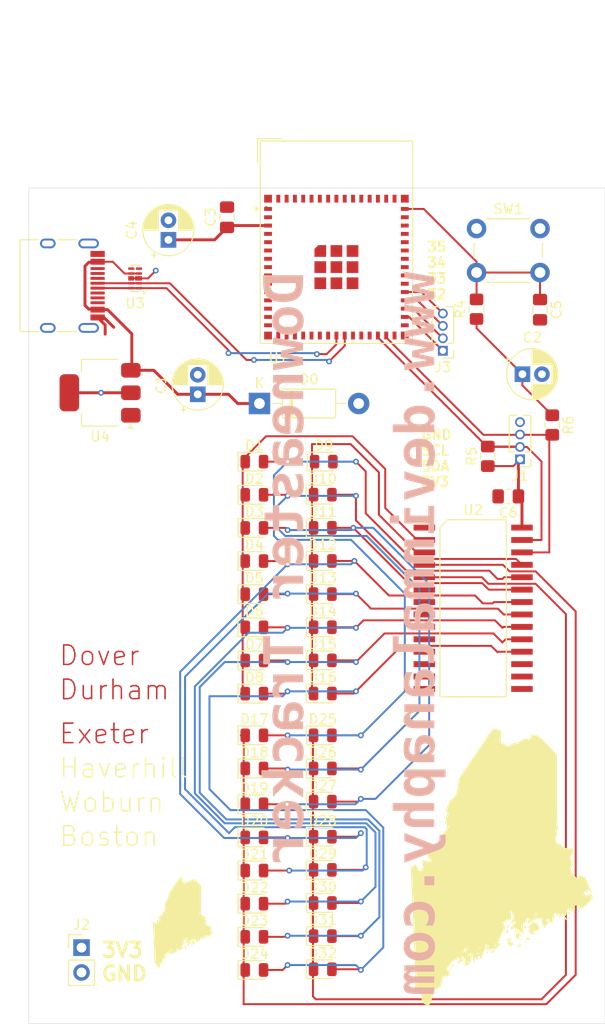
<source format=kicad_pcb>
(kicad_pcb (version 20240108) (generator "pcbnew") (generator_version "8.0")
  (layers (0 "F.Cu" signal) (1 "In1.Cu" signal) (2 "In2.Cu" signal) (31 "B.Cu" signal) (34 "B.Paste" user) (35 "F.Paste" user) (36 "B.SilkS" user "B.Silkscreen") (37 "F.SilkS" user "F.Silkscreen") (38 "B.Mask" user) (39 "F.Mask" user) (44 "Edge.Cuts" user))
  (net 0 "")
  (net 1 "/3V3")
  (net 2 "/5VUSB")
  (net 3 "GND")
  (net 5 "/USB_P")
  (net 9 "/SCL")
  (net 14 "unconnected-(U1-IO3-Pad7)")
  (net 15 "unconnected-(U1-IO2-Pad6)")
  (net 21 "Net-(J3-Pin_4)")
  (net 26 "/USB_N")
  (net 32 "Net-(J3-Pin_3)")
  (net 33 "Net-(J3-Pin_1)")
  (net 37 "/SDA")
  (net 44 "Net-(U1-EN)")
  (net 45 "Net-(D16-A)")
  (net 46 "Net-(D14-A)")
  (net 47 "Net-(D1-A)")
  (net 48 "Net-(D17-K)")
  (net 49 "Net-(D12-A)")
  (net 50 "Net-(D25-K)")
  (net 56 "Net-(D11-A)")
  (net 57 "Net-(D1-K)")
  (net 59 "Net-(D10-K)")
  (net 62 "Net-(D13-A)")
  (net 65 "Net-(D15-A)")
  (net 68 "Net-(D10-A)")
  (net 71 "Net-(J3-Pin_2)")
  (footprint "Connector_PinHeader_1.27mm:PinHeader_1x04_P1.27mm_Vertical" (layer "F.Cu") (at 149.1 102.01 180)
    (property "Reference" "J1")
    (property "Value" "Conn_01x04_Pin")
  )
  (footprint "LED_SMD:LED_0805_2012Metric" (layer "F.Cu") (at 128.9 109.014887)
    (property "Reference" "D11")
    (property "Value" "LED")
  )
  (footprint "Connector_PinHeader_2.54mm:PinHeader_1x02_P2.54mm_Vertical" (layer "F.Cu") (at 104.2 151.96)
    (property "Reference" "J2")
    (property "Value" "Conn_01x02_Pin")
  )
  (footprint "LED_SMD:LED_0805_2012Metric" (layer "F.Cu") (at 121.9 109.024887)
    (property "Reference" "D3")
    (property "Value" "LED")
  )
  (footprint "LED_SMD:LED_0805_2012Metric" (layer "F.Cu") (at 121.9 150.854887)
    (property "Reference" "D23")
    (property "Value" "LED")
  )
  (footprint "LED_SMD:LED_0805_2012Metric" (layer "F.Cu") (at 128.9 115.794887)
    (property "Reference" "D13")
    (property "Value" "LED")
  )
  (footprint "Diode_THT:D_DO-41_SOD81_P10.16mm_Horizontal" (layer "F.Cu") (at 122.42 96.3)
    (property "Reference" "D0")
    (property "Value" "1N4002")
  )
  (footprint "Capacitor_THT:CP_Radial_D5.0mm_P2.00mm" (layer "F.Cu") (at 116.1 95.355113 90)
    (property "Reference" "C1")
    (property "Value" "10uF")
  )
  (footprint "LED_SMD:LED_0805_2012Metric" (layer "F.Cu") (at 121.9 133.634887)
    (property "Reference" "D18")
    (property "Value" "LED")
  )
  (footprint "LED_SMD:LED_0805_2012Metric" (layer "F.Cu") (at 121.9 147.464887)
    (property "Reference" "D22")
    (property "Value" "LED")
  )
  (footprint "LOGO" (layer "F.Cu") (at 147.3 143.744887)
    (property "Reference" "G***" (hide yes))
    (property "Value" "LOGO" (hide yes))
  )
  (footprint "Capacitor_SMD:C_0805_2012Metric_Pad1.18x1.45mm_HandSolder" (layer "F.Cu") (at 147.9 105.8 180)
    (property "Reference" "C6")
    (property "Value" "0.1uF")
  )
  (footprint "Button_Switch_THT:SW_PUSH_6mm" (layer "F.Cu") (at 144.65 78.4)
    (property "Reference" "SW1")
    (property "Value" "SW_Push")
  )
  (footprint "DevySymbols:HT16K33_SOP28" (layer "F.Cu") (at 144.3 117.244887 -90)
    (property "Reference" "U2")
    (property "Value" "HT16K33")
  )
  (footprint "LED_SMD:LED_0805_2012Metric" (layer "F.Cu") (at 128.9 154.174887)
    (property "Reference" "D32")
    (property "Value" "LED")
  )
  (footprint "RF_Module:ESP32-S2-MINI-1" (layer "F.Cu") (at 130.3 79.794887)
    (property "Reference" "U1")
    (property "Value" "ESP32-S3-MINI-1")
  )
  (footprint "LED_SMD:LED_0805_2012Metric" (layer "F.Cu") (at 121.9 125.974887)
    (property "Reference" "D8")
    (property "Value" "LED")
  )
  (footprint "LED_SMD:LED_0805_2012Metric" (layer "F.Cu") (at 129 102.244887)
    (property "Reference" "D9")
    (property "Value" "LED")
  )
  (footprint "LED_SMD:LED_0805_2012Metric" (layer "F.Cu") (at 121.9 130.244887)
    (property "Reference" "D17")
    (property "Value" "LED")
  )
  (footprint "LED_SMD:LED_0805_2012Metric" (layer "F.Cu") (at 128.9 112.404887)
    (property "Reference" "D12")
    (property "Value" "LED")
  )
  (footprint "Capacitor_SMD:C_0805_2012Metric_Pad1.18x1.45mm_HandSolder" (layer "F.Cu") (at 151.15 86.7 -90)
    (property "Reference" "C5")
    (property "Value" "0.1uF")
  )
  (footprint "Capacitor_SMD:C_0805_2012Metric_Pad1.18x1.45mm_HandSolder" (layer "F.Cu") (at 119.1 77.244887 90)
    (property "Reference" "C3")
    (property "Value" "0.1uF")
  )
  (footprint "Resistor_SMD:R_0805_2012Metric_Pad1.20x1.40mm_HandSolder" (layer "F.Cu") (at 144.65 86.65 90)
    (property "Reference" "R4")
    (property "Value" "10k")
  )
  (footprint "Resistor_SMD:R_0805_2012Metric_Pad1.20x1.40mm_HandSolder" (layer "F.Cu") (at 152.4 98.5 -90)
    (property "Reference" "R6")
    (property "Value" "10k")
  )
  (footprint "Connector_USB:USB_C_Receptacle_HRO_TYPE-C-31-M-12" (layer "F.Cu") (at 101.8 84.244887 -90)
    (property "Reference" "P1" (hide yes))
    (property "Value" "USB_C_Plug_USB2.0")
  )
  (footprint "LED_SMD:LED_0805_2012Metric" (layer "F.Cu") (at 128.9 125.964887)
    (property "Reference" "D16")
    (property "Value" "LED")
  )
  (footprint "LED_SMD:LED_0805_2012Metric" (layer "F.Cu") (at 121.9 119.194887)
    (property "Reference" "D6")
    (property "Value" "LED")
  )
  (footprint "LED_SMD:LED_0805_2012Metric" (layer "F.Cu") (at 121.9 115.804887)
    (property "Reference" "D5")
    (property "Value" "LED")
  )
  (footprint "LED_SMD:LED_0805_2012Metric" (layer "F.Cu") (at 121.9 102.244887)
    (property "Reference" "D1")
    (property "Value" "LED")
  )
  (footprint "LED_SMD:LED_0805_2012Metric" (layer "F.Cu") (at 128.9 147.394887)
    (property "Reference" "D30")
    (property "Value" "LED")
  )
  (footprint "LED_SMD:LED_0805_2012Metric" (layer "F.Cu") (at 128.9 144.004887)
    (property "Reference" "D29")
    (property "Value" "LED")
  )
  (footprint "LED_SMD:LED_0805_2012Metric" (layer "F.Cu") (at 128.9 122.574887)
    (property "Reference" "D15")
    (property "Value" "LED")
  )
  (footprint "Capacitor_THT:CP_Radial_D5.0mm_P2.00mm" (layer "F.Cu") (at 113.1 79.555113 90)
    (property "Reference" "C4")
    (property "Value" "10uF")
  )
  (footprint "LED_SMD:LED_0805_2012Metric" (layer "F.Cu") (at 128.9 133.634887)
    (property "Reference" "D26")
    (property "Value" "LED")
  )
  (footprint "LED_SMD:LED_0805_2012Metric" (layer "F.Cu") (at 121.9 122.584887)
    (property "Reference" "D7")
    (property "Value" "LED")
  )
  (footprint "LED_SMD:LED_0805_2012Metric" (layer "F.Cu") (at 128.9 150.784887)
    (property "Reference" "D31")
    (property "Value" "LED")
  )
  (footprint "LED_SMD:LED_0805_2012Metric" (layer "F.Cu") (at 128.9 119.184887)
    (property "Reference" "D14")
    (property "Value" "LED")
  )
  (footprint "LED_SMD:LED_0805_2012Metric" (layer "F.Cu") (at 121.9 105.634887)
    (property "Reference" "D2")
    (property "Value" "LED")
  )
  (footprint "Capacitor_THT:CP_Radial_D5.0mm_P2.00mm" (layer "F.Cu") (at 149.344888 93.3)
    (property "Reference" "C2")
    (property "Value" "100uF")
  )
  (footprint "LED_SMD:LED_0805_2012Metric" (layer "F.Cu") (at 128.9 130.244887)
    (property "Reference" "D25")
    (property "Value" "LED")
  )
  (footprint "LOGO" (layer "F.Cu") (at 114.6 149.4)
    (property "Reference" "G***")
    (property "Value" "LOGO" (hide yes))
  )
  (footprint "Connector_PinHeader_1.27mm:PinHeader_1x04_P1.27mm_Vertical" (layer "F.Cu") (at 141.2 90.9 180)
    (property "Reference" "J3")
    (property "Value" "Conn_01x04_Pin")
  )
  (footprint "LED_SMD:LED_0805_2012Metric" (layer "F.Cu") (at 121.9 137.294887)
    (property "Reference" "D19")
    (property "Value" "LED")
  )
  (footprint "LED_SMD:LED_0805_2012Metric" (layer "F.Cu") (at 128.9 105.624887)
    (property "Reference" "D10")
    (property "Value" "LED")
  )
  (footprint "LED_SMD:LED_0805_2012Metric" (layer "F.Cu") (at 121.9 144.074887)
    (property "Reference" "D21")
    (property "Value" "LED")
  )
  (footprint "LED_SMD:LED_0805_2012Metric" (layer "F.Cu") (at 121.9 112.414887)
    (property "Reference" "D4")
    (property "Value" "LED")
  )
  (footprint "LED_SMD:LED_0805_2012Metric" (layer "F.Cu") (at 128.9 137.024887)
    (property "Reference" "D27")
    (property "Value" "LED")
  )
  (footprint "Package_TO_SOT_SMD:SOT-223-3_TabPin2" (layer "F.Cu") (at 106.1 95.2 180)
    (property "Reference" "U4")
    (property "Value" "AMS1117-3.3")
  )
  (footprint "Package_DFN_QFN:Diodes_UDFN-10_1.0x2.5mm_P0.5mm" (layer "F.Cu") (at 109.6875 83.5 180)
    (property "Reference" "U3")
    (property "Value" "D3V3XA4B10LP" (hide yes))
  )
  (footprint "LED_SMD:LED_0805_2012Metric" (layer "F.Cu") (at 121.9 154.244887)
    (property "Reference" "D24")
    (property "Value" "LED")
  )
  (footprint "LED_SMD:LED_0805_2012Metric" (layer "F.Cu") (at 128.9 140.614887)
    (property "Reference" "D28")
    (property "Value" "LED")
  )
  (footprint "Resistor_SMD:R_0805_2012Metric_Pad1.20x1.40mm_HandSolder" (layer "F.Cu") (at 145.8 101.7 90)
    (property "Reference" "R5")
    (property "Value" "10k")
  )
  (footprint "LED_SMD:LED_0805_2012Metric" (layer "F.Cu") (at 121.9 140.684887)
    (property "Reference" "D20")
    (property "Value" "LED")
  )
  (gr_rect (start 98.8 74.244887) (end 157.8 159.744887) (stroke (width 0.05)) (fill none) (layer "Edge.Cuts"))
  (gr_text "Exeter" (at 101.8 131.244887 0) (layer "F.Cu") (effects (font (size 2 2)) (justify left bottom)))
  (gr_text "Durham" (at 101.8 126.744887 0) (layer "F.Cu") (effects (font (size 2 2)) (justify left bottom)))
  (gr_text "Dover" (at 101.8 123.244887 0) (layer "F.Cu") (effects (font (size 2 2)) (justify left bottom)))
  (gr_text "Downeaster Tracker\n\nwww.devinmalanaphy.com" (at 141 82.8 90) (layer "B.SilkS") (effects (font (size 4 4) (thickness 0.8) (bold yes)) (justify left bottom mirror)))
  (gr_text "Boston" (at 101.8 141.744887 0) (layer "F.SilkS") (effects (font (size 2 2)) (justify left bottom)))
  (gr_text "Woburn" (at 101.8 138.244887 0) (layer "F.SilkS") (effects (font (size 2 2)) (justify left bottom)))
  (gr_text "3V3\nGND" (at 106.1 155.5 0) (layer "F.SilkS") (effects (font (size 1.5 1.5) (thickness 0.3) (bold yes)) (justify left bottom)))
  (gr_text "GND\nSCL\nSDA\n3V3" (at 138.9 104.9 0) (layer "F.SilkS") (effects (font (size 1 1) (thickness 0.2) (bold yes)) (justify left bottom)))
  (gr_text "35\n34\n33\n32" (at 139.5 85.7 0) (layer "F.SilkS") (effects (font (size 1 1) (thickness 0.2) (bold yes)) (justify left bottom)))
  (gr_text "Haverhill" (at 101.8 134.744887 0) (layer "F.SilkS") (effects (font (size 2 2)) (justify left bottom)))
  (segment (start 144.65 88.605112) (end 149.344888 93.3) (width 0.2) (layer "F.Cu") (net 1))
  (segment (start 144.65 87.65) (end 144.65 88.605112) (width 0.2) (layer "F.Cu") (net 1))
  (segment (start 152.4 97.5) (end 149.344888 94.444888) (width 0.2) (layer "F.Cu") (net 1))
  (segment (start 145.8 102.7) (end 148.41 102.7) (width 0.2) (layer "F.Cu") (net 1))
  (segment (start 106.2 95.2) (end 106.3 95.2) (width 0.3) (layer "F.Cu") (net 1))
  (segment (start 123.3 78.094887) (end 119.2875 78.094887) (width 0.3) (layer "F.Cu") (net 1))
  (segment (start 119.2875 78.094887) (end 119.1 78.282387) (width 0.2) (layer "F.Cu") (net 1))
  (segment (start 117.827274 79.555113) (end 119.1 78.282387) (width 0.3) (layer "F.Cu") (net 1))
  (segment (start 103.05 95.2) (end 106.2 95.2) (width 0.3) (layer "F.Cu") (net 1))
  (segment (start 106.3 95.2) (end 109.35 95.2) (width 0.3) (layer "F.Cu") (net 1))
  (segment (start 148.41 102.7) (end 149.1 102.01) (width 0.2) (layer "F.Cu") (net 1))
  (segment (start 113.1 79.555113) (end 117.827274 79.555113) (width 0.3) (layer "F.Cu") (net 1))
  (segment (start 149.1 102.01) (end 149.1 102.3) (width 0.2) (layer "F.Cu") (net 1))
  (segment (start 149.344888 94.444888) (end 149.344888 93.3) (width 0.2) (layer "F.Cu") (net 1))
  (segment (start 149.1 102.3) (end 148.9375 102.4625) (width 0.2) (layer "F.Cu") (net 1))
  (segment (start 149.3 108.989887) (end 149.3 105.9125) (width 0.3) (layer "F.Cu") (net 1))
  (segment (start 149.2875 105.8875) (end 149.2875 105.9) (width 0.2) (layer "F.Cu") (net 1))
  (segment (start 148.9375 102.4625) (end 148.9375 105.8) (width 0.3) (layer "F.Cu") (net 1))
  (via (at 106.2 95.2) (size 0.6) (drill 0.3) (layers "F.Cu" "B.Cu") (net 1))
  (segment (start 105.48 86.644887) (end 104.940305 86.644887) (width 0.3) (layer "F.Cu") (net 2))
  (segment (start 109.35 89.174887) (end 106.87 86.694887) (width 0.3) (layer "F.Cu") (net 2))
  (segment (start 104.95188 81.844887) (end 105.48 81.844887) (width 0.3) (layer "F.Cu") (net 2))
  (segment (start 120.2 96.3) (end 122.42 96.3) (width 0.3) (layer "F.Cu") (net 2))
  (segment (start 116.1 95.355113) (end 119.255113 95.355113) (width 0.3) (layer "F.Cu") (net 2))
  (segment (start 107.394887 81.794887) (end 108.6 83) (width 0.2) (layer "F.Cu") (net 2))
  (segment (start 114.055113 95.355113) (end 111.6 92.9) (width 0.3) (layer "F.Cu") (net 2))
  (segment (start 111.6 92.9) (end 109.35 92.9) (width 0.3) (layer "F.Cu") (net 2))
  (segment (start 105.48 86.644887) (end 106.054999 86.644887) (width 0.3) (layer "F.Cu") (net 2))
  (segment (start 104.555 82.241767) (end 104.95188 81.844887) (width 0.3) (layer "F.Cu") (net 2))
  (segment (start 108.6 83) (end 110.075 83) (width 0.2) (layer "F.Cu") (net 2))
  (segment (start 116.1 95.355113) (end 114.055113 95.355113) (width 0.3) (layer "F.Cu") (net 2))
  (segment (start 109.35 92.9) (end 109.35 89.174887) (width 0.3) (layer "F.Cu") (net 2))
  (segment (start 104.940305 86.644887) (end 104.555 86.259582) (width 0.3) (layer "F.Cu") (net 2))
  (segment (start 106.87 86.694887) (end 105.845 86.694887) (width 0.3) (layer "F.Cu") (net 2))
  (segment (start 119.255113 95.355113) (end 120.2 96.3) (width 0.3) (layer "F.Cu") (net 2))
  (segment (start 104.555 86.259582) (end 104.555 82.241767) (width 0.3) (layer "F.Cu") (net 2))
  (segment (start 105.845 81.794887) (end 107.394887 81.794887) (width 0.2) (layer "F.Cu") (net 2))
  (segment (start 105.845 87.494887) (end 106.494887 87.494887) (width 0.3) (layer "F.Cu") (net 3))
  (segment (start 106.494887 87.494887) (end 107.5 88.5) (width 0.3) (layer "F.Cu") (net 3))
  (segment (start 109.275 83.5) (end 111 83.5) (width 0.2) (layer "F.Cu") (net 3))
  (segment (start 106.62 88.269887) (end 106.62 89.2) (width 0.3) (layer "F.Cu") (net 3))
  (segment (start 123.1125 76.207387) (end 123.3 76.394887) (width 0.2) (layer "F.Cu") (net 3))
  (segment (start 111 83.5) (end 111.8 82.7) (width 0.2) (layer "F.Cu") (net 3))
  (segment (start 105.845 87.494887) (end 106.62 88.269887) (width 0.3) (layer "F.Cu") (net 3))
  (via (at 111.8 82.7) (size 0.6) (drill 0.3) (layers "F.Cu" "B.Cu") (net 3))
  (segment (start 121.85 91.844887) (end 121.094887 91.844887) (width 0.2) (layer "F.Cu") (net 5))
  (segment (start 131.15 90.394887) (end 131.15 89.344887) (width 0.2) (layer "F.Cu") (net 5))
  (segment (start 113.25 84) (end 110.075 84) (width 0.2) (layer "F.Cu") (net 5))
  (segment (start 121.094887 91.844887) (end 113.25 84) (width 0.2) (layer "F.Cu") (net 5))
  (segment (start 105.48 83.994887) (end 105.53 84.044887) (width 0.2) (layer "F.Cu") (net 5))
  (segment (start 106.42 83.994887) (end 106.445 84.019887) (width 0.2) (layer "F.Cu") (net 5))
  (segment (start 129.55 91.994887) (end 131.15 90.394887) (width 0.2) (layer "F.Cu") (net 5))
  (segment (start 105.845 83.994887) (end 110.069887 83.994887) (width 0.2) (layer "F.Cu") (net 5))
  (segment (start 110.069887 83.994887) (end 110.075 84) (width 0.2) (layer "F.Cu") (net 5))
  (via (at 121.85 91.844887) (size 0.6) (drill 0.3) (layers "F.Cu" "B.Cu") (net 5))
  (via (at 129.55 91.994887) (size 0.6) (drill 0.3) (layers "F.Cu" "B.Cu") (net 5))
  (segment (start 121.85 91.844887) (end 129.4 91.844887) (width 0.2) (layer "B.Cu") (net 5))
  (segment (start 129.4 91.844887) (end 129.55 91.994887) (width 0.2) (layer "B.Cu") (net 5))
  (segment (start 152.1 111.529887) (end 152.1 99.8) (width 0.2) (layer "F.Cu") (net 9))
  (segment (start 135.4 89.544887) (end 135.4 89.344887) (width 0.2) (layer "F.Cu") (net 9))
  (segment (start 149.3 111.529887) (end 152.1 111.529887) (width 0.2) (layer "F.Cu") (net 9))
  (segment (start 145.355113 99.5) (end 135.4 89.544887) (width 0.2) (layer "F.Cu") (net 9))
  (segment (start 152.1 99.8) (end 152.4 99.5) (width 0.2) (layer "F.Cu") (net 9))
  (segment (start 152.4 99.5) (end 145.355113 99.5) (width 0.2) (layer "F.Cu") (net 9))
  (segment (start 123.3 81.494887) (end 123.1 81.494887) (width 0.2) (layer "F.Cu") (net 14))
  (segment (start 123.1 80.644887) (end 123.3 80.644887) (width 0.2) (layer "F.Cu") (net 15))
  (segment (start 137.3 84.894887) (end 139.004887 84.894887) (width 0.2) (layer "F.Cu") (net 21))
  (segment (start 139.004887 84.894887) (end 141.2 87.09) (width 0.2) (layer "F.Cu") (net 21))
  (segment (start 110.069887 84.494887) (end 110.075 84.5) (width 0.2) (layer "F.Cu") (net 26))
  (segment (start 119.25 91.144887) (end 119.25 90.85) (width 0.2) (layer "F.Cu") (net 26))
  (segment (start 130.3 90.244887) (end 130.3 89.344887) (width 0.2) (layer "F.Cu") (net 26))
  (segment (start 119.25 90.85) (end 112.9 84.5) (width 0.2) (layer "F.Cu") (net 26))
  (segment (start 129.3 91.244887) (end 130.3 90.244887) (width 0.2) (layer "F.Cu") (net 26))
  (segment (start 128.3 91.244887) (end 129.3 91.244887) (width 0.2) (layer "F.Cu") (net 26))
  (segment (start 112.9 84.5) (end 110.075 84.5) (width 0.2) (layer "F.Cu") (net 26))
  (segment (start 105.845 84.494887) (end 110.069887 84.494887) (width 0.2) (layer "F.Cu") (net 26))
  (segment (start 105.48 84.494887) (end 105.48 84.544887) (width 0.2) (layer "F.Cu") (net 26))
  (segment (start 106.42 84.494887) (end 106.445 84.469887) (width 0.2) (layer "F.Cu") (net 26))
  (via (at 119.25 91.144887) (size 0.6) (drill 0.3) (layers "F.Cu" "B.Cu") (net 26))
  (via (at 128.3 91.244887) (size 0.6) (drill 0.3) (layers "F.Cu" "B.Cu") (net 26))
  (segment (start 128.2 91.144887) (end 128.3 91.244887) (width 0.2) (layer "B.Cu") (net 26))
  (segment (start 119.25 91.144887) (end 128.2 91.144887) (width 0.2) (layer "B.Cu") (net 26))
  (segment (start 138.584887 85.744887) (end 137.3 85.744887) (width 0.2) (layer "F.Cu") (net 32))
  (segment (start 141.2 88.36) (end 138.584887 85.744887) (width 0.2) (layer "F.Cu") (net 32))
  (segment (start 141.2 90.9) (end 137.744887 87.444887) (width 0.2) (layer "F.Cu") (net 33))
  (segment (start 137.744887 87.444887) (end 137.3 87.444887) (width 0.2) (layer "F.Cu") (net 33))
  (segment (start 149.1 100.74) (end 149.06 100.7) (width 0.2) (layer "F.Cu") (net 37))
  (segment (start 134.55 89.344887) (end 134.55 89.544887) (width 0.2) (layer "F.Cu") (net 37))
  (segment (start 134.55 89.544887) (end 145.745113 100.74) (width 0.2) (layer "F.Cu") (net 37))
  (segment (start 149.807106 100.74) (end 151.3 102.232894) (width 0.2) (layer "F.Cu") (net 37))
  (segment (start 151.3 110.259887) (end 149.3 110.259887) (width 0.2) (layer "F.Cu") (net 37))
  (segment (start 149.06 100.7) (end 145.8 100.7) (width 0.2) (layer "F.Cu") (net 37))
  (segment (start 151.3 102.232894) (end 151.3 110.259887) (width 0.2) (layer "F.Cu") (net 37))
  (segment (start 149.1 100.74) (end 149.807106 100.74) (width 0.2) (layer "F.Cu") (net 37))
  (segment (start 145.745113 100.74) (end 149.1 100.74) (width 0.2) (layer "F.Cu") (net 37))
  (segment (start 139.244887 76.394887) (end 137.3 76.394887) (width 0.2) (layer "F.Cu") (net 44))
  (segment (start 144.65 82.9) (end 144.65 81.8) (width 0.2) (layer "F.Cu") (net 44))
  (segment (start 144.65 81.8) (end 139.244887 76.394887) (width 0.2) (layer "F.Cu") (net 44))
  (segment (start 144.65 82.9) (end 151.15 82.9) (width 0.2) (layer "F.Cu") (net 44))
  (segment (start 144.65 85.65) (end 144.65 82.9) (width 0.2) (layer "F.Cu") (net 44))
  (segment (start 151.15 85.6625) (end 151.15 82.9) (width 0.2) (layer "F.Cu") (net 44))
  (segment (start 146.8 121.744887) (end 146.855 121.689887) (width 0.2) (layer "F.Cu") (net 45))
  (segment (start 132.73 154.174887) (end 132.8 154.244887) (width 0.2) (layer "F.Cu") (net 45))
  (segment (start 132.08 125.964887) (end 132.3 125.744887) (width 0.2) (layer "F.Cu") (net 45))
  (segment (start 130.3 154.174887) (end 132.73 154.174887) (width 0.2) (layer "F.Cu") (net 45))
  (segment (start 123.3 154.244887) (end 124.8 154.244887) (width 0.2) (layer "F.Cu") (net 45))
  (segment (start 146.145 121.089887) (end 146.8 121.744887) (width 0.2) (layer "F.Cu") (net 45))
  (segment (start 136.955 121.089887) (end 146.145 121.089887) (width 0.2) (layer "F.Cu") (net 45))
  (segment (start 123.3 125.974887) (end 125.07 125.974887) (width 0.2) (layer "F.Cu") (net 45))
  (segment (start 130.3 125.964887) (end 132.08 125.964887) (width 0.2) (layer "F.Cu") (net 45))
  (segment (start 146.855 121.689887) (end 149.3 121.689887) (width 0.2) (layer "F.Cu") (net 45))
  (segment (start 124.8 154.244887) (end 125.3 153.744887) (width 0.2) (layer "F.Cu") (net 45))
  (segment (start 125.07 125.974887) (end 125.3 125.744887) (width 0.2) (layer "F.Cu") (net 45))
  (segment (start 132.3 125.744887) (end 136.955 121.089887) (width 0.2) (layer "F.Cu") (net 45))
  (via (at 125.3 125.744887) (size 0.6) (drill 0.3) (layers "F.Cu" "B.Cu") (net 45))
  (via (at 125.3 153.744887) (size 0.6) (drill 0.3) (layers "F.Cu" "B.Cu") (net 45))
  (via (at 132.3 125.744887) (size 0.6) (drill 0.3) (layers "F.Cu" "B.Cu") (net 45))
  (via (at 132.8 154.244887) (size 0.6) (drill 0.3) (layers "F.Cu" "B.Cu") (net 45))
  (segment (start 135.1 139.679201) (end 133.315686 137.894887) (width 0.2) (layer "B.Cu") (net 45))
  (segment (start 117.3 135.744887) (end 117.3 126.244887) (width 0.2) (layer "B.Cu") (net 45))
  (segment (start 117.3 126.244887) (end 124.8 126.244887) (width 0.2) (layer "B.Cu") (net 45))
  (segment (start 119.45 137.894887) (end 117.3 135.744887) (width 0.2) (layer "B.Cu") (net 45))
  (segment (start 135.1 151.944887) (end 135.1 139.679201) (width 0.2) (layer "B.Cu") (net 45))
  (segment (start 132.3 153.744887) (end 132.8 154.244887) (width 0.2) (layer "B.Cu") (net 45))
  (segment (start 125.3 153.744887) (end 132.3 153.744887) (width 0.2) (layer "B.Cu") (net 45))
  (segment (start 132.8 154.244887) (end 135.1 151.944887) (width 0.2) (layer "B.Cu") (net 45))
  (segment (start 125.3 125.744887) (end 132.3 125.744887) (width 0.2) (layer "B.Cu") (net 45))
  (segment (start 133.315686 137.894887) (end 119.45 137.894887) (width 0.2) (layer "B.Cu") (net 45))
  (segment (start 124.8 126.244887) (end 125.3 125.744887) (width 0.2) (layer "B.Cu") (net 45))
  (segment (start 125.08 147.464887) (end 125.3 147.244887) (width 0.2) (layer "F.Cu") (net 46))
  (segment (start 132.65 147.394887) (end 132.8 147.244887) (width 0.2) (layer "F.Cu") (net 46))
  (segment (start 123.3 119.194887) (end 125.25 119.194887) (width 0.2) (layer "F.Cu") (net 46))
  (segment (start 123.3 147.464887) (end 125.08 147.464887) (width 0.2) (layer "F.Cu") (net 46))
  (segment (start 147.395 119.149887) (end 149.3 119.149887) (width 0.2) (layer "F.Cu") (net 46))
  (segment (start 125.25 119.194887) (end 125.3 119.244887) (width 0.2) (layer "F.Cu") (net 46))
  (segment (start 130.3 147.394887) (end 132.65 147.394887) (width 0.2) (layer "F.Cu") (net 46))
  (segment (start 147.3 119.244887) (end 147.395 119.149887) (width 0.2) (layer "F.Cu") (net 46))
  (segment (start 132.3 119.244887) (end 133.065 118.479887) (width 0.2) (layer "F.Cu") (net 46))
  (segment (start 130.3 119.184887) (end 132.24 119.184887) (width 0.2) (layer "F.Cu") (net 46))
  (segment (start 133.065 118.479887) (end 146.535 118.479887) (width 0.2) (layer "F.Cu") (net 46))
  (segment (start 132.24 119.184887) (end 132.3 119.244887) (width 0.2) (layer "F.Cu") (net 46))
  (segment (start 146.535 118.479887) (end 147.3 119.244887) (width 0.2) (layer "F.Cu") (net 46))
  (via (at 125.3 147.244887) (size 0.6) (drill 0.3) (layers "F.Cu" "B.Cu") (net 46))
  (via (at 125.3 119.244887) (size 0.6) (drill 0.3) (layers "F.Cu" "B.Cu") (net 46))
  (via (at 132.3 119.244887) (size 0.6) (drill 0.3) (layers "F.Cu" "B.Cu") (net 46))
  (via (at 132.8 147.244887) (size 0.6) (drill 0.3) (layers "F.Cu" "B.Cu") (net 46))
  (segment (start 125.3 119.244887) (end 132.3 119.244887) (width 0.2) (layer "B.Cu") (net 46))
  (segment (start 134.3 140.179201) (end 134.3 145.744887) (width 0.2) (layer "B.Cu") (net 46))
  (segment (start 118.865686 139.244887) (end 133.365686 139.244887) (width 0.2) (layer "B.Cu") (net 46))
  (segment (start 134.3 145.744887) (end 132.8 147.244887) (width 0.2) (layer "B.Cu") (net 46))
  (segment (start 121.3 119.744887) (end 115.8 125.244887) (width 0.2) (layer "B.Cu") (net 46))
  (segment (start 125.3 119.244887) (end 124.8 119.744887) (width 0.2) (layer "B.Cu") (net 46))
  (segment (start 133.365686 139.244887) (end 134.3 140.179201) (width 0.2) (layer "B.Cu") (net 46))
  (segment (start 124.8 119.744887) (end 121.3 119.744887) (width 0.2) (layer "B.Cu") (net 46))
  (segment (start 115.8 125.244887) (end 115.8 136.179201) (width 0.2) (layer "B.Cu") (net 46))
  (segment (start 125.3 147.244887) (end 132.8 147.244887) (width 0.2) (layer "B.Cu") (net 46))
  (segment (start 115.8 136.179201) (end 118.865686 139.244887) (width 0.2) (layer "B.Cu") (net 46))
  (segment (start 133.3 107.529887) (end 133.3 103.244887) (width 0.2) (layer "F.Cu") (net 47))
  (segment (start 149.3 112.799887) (end 148.7 112.199887) (width 0.2) (layer "F.Cu") (net 47))
  (segment (start 133.3 103.244887) (end 132.3 102.244887) (width 0.2) (layer "F.Cu") (net 47))
  (segment (start 148.7 112.199887) (end 137.97 112.199887) (width 0.2) (layer "F.Cu") (net 47))
  (segment (start 130.4 102.244887) (end 132.3 102.244887) (width 0.2) (layer "F.Cu") (net 47))
  (segment (start 123.3 130.244887) (end 125.3 130.244887) (width 0.2) (layer "F.Cu") (net 47))
  (segment (start 123.3 102.244887) (end 125.3 102.244887) (width 0.2) (layer "F.Cu") (net 47))
  (segment (start 130.3 130.244887) (end 132.8 130.244887) (width 0.2) (layer "F.Cu") (net 47))
  (segment (start 137.97 112.199887) (end 133.3 107.529887) (width 0.2) (layer "F.Cu") (net 47))
  (via (at 132.8 130.244887) (size 0.6) (drill 0.3) (layers "F.Cu" "B.Cu") (net 47))
  (via (at 125.3 102.244887) (size 0.6) (drill 0.3) (layers "F.Cu" "B.Cu") (net 47))
  (via (at 125.3 130.244887) (size 0.6) (drill 0.3) (layers "F.Cu" "B.Cu") (net 47))
  (via (at 132.3 102.244887) (size 0.6) (drill 0.3) (layers "F.Cu" "B.Cu") (net 47))
  (segment (start 124.3 110.244887) (end 123.9 109.844887) (width 0.2) (layer "B.Cu") (net 47))
  (segment (start 132.8 130.244887) (end 137.3 125.744887) (width 0.2) (layer "B.Cu") (net 47))
  (segment (start 131.8 110.244887) (end 124.3 110.244887) (width 0.2) (layer "B.Cu") (net 47))
  (segment (start 125.3 130.244887) (end 132.8 130.244887) (width 0.2) (layer "B.Cu") (net 47))
  (segment (start 123.9 109.844887) (end 123.9 103.644887) (width 0.2) (layer "B.Cu") (net 47))
  (segment (start 137.3 115.744887) (end 131.8 110.244887) (width 0.2) (layer "B.Cu") (net 47))
  (segment (start 137.3 125.744887) (end 137.3 115.744887) (width 0.2) (layer "B.Cu") (net 47))
  (segment (start 125.3 102.244887) (end 132.3 102.244887) (width 0.2) (layer "B.Cu") (net 47))
  (segment (start 123.9 103.644887) (end 125.3 102.244887) (width 0.2) (layer "B.Cu") (net 47))
  (segment (start 120.8 157.744887) (end 120.8 130.544887) (width 0.2) (layer "F.Cu") (net 48))
  (segment (start 148.025 113.469887) (end 150.7 113.469887) (width 0.2) (layer "F.Cu") (net 48))
  (segment (start 147.355 112.799887) (end 148.025 113.469887) (width 0.2) (layer "F.Cu") (net 48))
  (segment (start 120.8 130.544887) (end 120.5 130.244887) (width 0.2) (layer "F.Cu") (net 48))
  (segment (start 154.8 117.569887) (end 154.8 154.744887) (width 0.2) (layer "F.Cu") (net 48))
  (segment (start 139.3 112.799887) (end 147.355 112.799887) (width 0.2) (layer "F.Cu") (net 48))
  (segment (start 154.8 154.744887) (end 151.8 157.744887) (width 0.2) (layer "F.Cu") (net 48))
  (segment (start 150.7 113.469887) (end 154.8 117.569887) (width 0.2) (layer "F.Cu") (net 48))
  (segment (start 151.8 157.744887) (end 120.8 157.744887) (width 0.2) (layer "F.Cu") (net 48))
  (segment (start 130.3 112.404887) (end 132.14 112.404887) (width 0.2) (layer "F.Cu") (net 49))
  (segment (start 145.3 116.744887) (end 146.3 116.744887) (width 0.2) (layer "F.Cu") (net 49))
  (segment (start 144.495 115.939887) (end 145.3 116.744887) (width 0.2) (layer "F.Cu") (net 49))
  (segment (start 123.3 112.414887) (end 124.97 112.414887) (width 0.2) (layer "F.Cu") (net 49))
  (segment (start 135.675 115.939887) (end 144.495 115.939887) (width 0.2) (layer "F.Cu") (net 49))
  (segment (start 132.14 112.404887) (end 135.675 115.939887) (width 0.2) (layer "F.Cu") (net 49))
  (segment (start 146.435 116.609887) (end 149.3 116.609887) (width 0.2) (layer "F.Cu") (net 49))
  (segment (start 124.97 112.414887) (end 125.3 112.744887) (width 0.2) (layer "F.Cu") (net 49))
  (segment (start 123.3 140.684887) (end 125.24 140.684887) (width 0.2) (layer "F.Cu") (net 49))
  (segment (start 125.24 140.684887) (end 125.3 140.744887) (width 0.2) (layer "F.Cu") (net 49))
  (segment (start 130.3 140.614887) (end 132.43 140.614887) (width 0.2) (layer "F.Cu") (net 49))
  (segment (start 146.3 116.744887) (end 146.435 116.609887) (width 0.2) (layer "F.Cu") (net 49))
  (segment (start 132.43 140.614887) (end 132.8 140.244887) (width 0.2) (layer "F.Cu") (net 49))
  (via (at 132.8 140.244887) (size 0.6) (drill 0.3) (layers "F.Cu" "B.Cu") (net 49))
  (via (at 125.3 112.744887) (size 0.6) (drill 0.3) (layers "F.Cu" "B.Cu") (net 49))
  (via (at 125.3 140.744887) (size 0.6) (drill 0.3) (layers "F.Cu" "B.Cu") (net 49))
  (via (at 132.14 112.404887) (size 0.6) (drill 0.3) (layers "F.Cu" "B.Cu") (net 49))
  (segment (start 131.8 112.744887) (end 132.14 112.404887) (width 0.2) (layer "B.Cu") (net 49))
  (segment (start 125.3 112.744887) (end 131.8 112.744887) (width 0.2) (layer "B.Cu") (net 49))
  (segment (start 114.3 123.744887) (end 114.3 136.244887) (width 0.2) (layer "B.Cu") (net 49))
  (segment (start 125.3 112.744887) (end 114.3 123.744887) (width 0.2) (layer "B.Cu") (net 49))
  (segment (start 118.8 140.744887) (end 125.3 140.744887) (width 0.2) (layer "B.Cu") (net 49))
  (segment (start 125.3 140.744887) (end 132.3 140.744887) (width 0.2) (layer "B.Cu") (net 49))
  (segment (start 132.3 140.744887) (end 132.8 140.244887) (width 0.2) (layer "B.Cu") (net 49))
  (segment (start 114.3 136.244887) (end 118.8 140.744887) (width 0.2) (layer "B.Cu") (net 49))
  (segment (start 145.190686 114.069887) (end 145.860686 114.739887) (width 0.2) (layer "F.Cu") (net 50))
  (segment (start 127.9 156.944887) (end 127.9 130.644887) (width 0.2) (layer "F.Cu") (net 50))
  (segment (start 153.8 154.744887) (end 151.3 157.244887) (width 0.2) (layer "F.Cu") (net 50))
  (segment (start 128.2 157.244887) (end 127.9 156.944887) (width 0.2) (layer "F.Cu") (net 50))
  (segment (start 150.7 114.739887) (end 153.8 117.839887) (width 0.2) (layer "F.Cu") (net 50))
  (segment (start 151.3 157.244887) (end 128.2 157.244887) (width 0.2) (layer "F.Cu") (net 50))
  (segment (start 153.8 117.839887) (end 153.8 154.744887) (width 0.2) (layer "F.Cu") (net 50))
  (segment (start 139.3 114.069887) (end 145.190686 114.069887) (width 0.2) (layer "F.Cu") (net 50))
  (segment (start 145.860686 114.739887) (end 150.7 114.739887) (width 0.2) (layer "F.Cu") (net 50))
  (segment (start 127.9 130.644887) (end 127.5 130.244887) (width 0.2) (layer "F.Cu") (net 50))
  (segment (start 145.225 114.669887) (end 145.895 115.339887) (width 0.2) (layer "F.Cu") (net 56))
  (segment (start 123.3 137.294887) (end 125.25 137.294887) (width 0.2) (layer "F.Cu") (net 56))
  (segment (start 123.3 109.024887) (end 125.08 109.024887) (width 0.2) (layer "F.Cu") (net 56))
  (segment (start 132.03 109.014887) (end 137.685 114.669887) (width 0.2) (layer "F.Cu") (net 56))
  (segment (start 125.08 109.024887) (end 125.3 109.244887) (width 0.2) (layer "F.Cu") (net 56))
  (segment (start 130.3 137.024887) (end 132.52 137.024887) (width 0.2) (layer "F.Cu") (net 56))
  (segment (start 130.3 109.014887) (end 132.03 109.014887) (width 0.2) (layer "F.Cu") (net 56))
  (segment (start 137.685 114.669887) (end 145.225 114.669887) (width 0.2) (layer "F.Cu") (net 56))
  (segment (start 145.895 115.339887) (end 149.3 115.339887) (width 0.2) (layer "F.Cu") (net 56))
  (segment (start 132.52 137.024887) (end 132.8 136.744887) (width 0.2) (layer "F.Cu") (net 56))
  (via (at 125.3 109.244887) (size 0.6) (drill 0.3) (layers "F.Cu" "B.Cu") (net 56))
  (via (at 132.8 136.744887) (size 0.6) (drill 0.3) (layers "F.Cu" "B.Cu") (net 56))
  (via (at 132.03 109.014887) (size 0.6) (drill 0.3) (layers "F.Cu" "B.Cu") (net 56))
  (via (at 125.25 137.294887) (size 0.6) (drill 0.3) (layers "F.Cu" "B.Cu") (net 56))
  (segment (start 132.03 109.014887) (end 134.07 109.014887) (width 0.2) (layer "B.Cu") (net 56))
  (segment (start 125.25 137.294887) (end 132.25 137.294887) (width 0.2) (layer "B.Cu") (net 56))
  (segment (start 134.3 136.744887) (end 132.8 136.744887) (width 0.2) (layer "B.Cu") (net 56))
  (segment (start 132.25 137.294887) (end 132.8 136.744887) (width 0.2) (layer "B.Cu") (net 56))
  (segment (start 139.8 114.744887) (end 139.8 131.244887) (width 0.2) (layer "B.Cu") (net 56))
  (segment (start 125.3 109.244887) (end 131.8 109.244887) (width 0.2) (layer "B.Cu") (net 56))
  (segment (start 139.8 131.244887) (end 134.3 136.744887) (width 0.2) (layer "B.Cu") (net 56))
  (segment (start 134.07 109.014887) (end 139.8 114.744887) (width 0.2) (layer "B.Cu") (net 56))
  (segment (start 131.8 109.244887) (end 132.03 109.014887) (width 0.2) (layer "B.Cu") (net 56))
  (segment (start 123.094887 99.65) (end 120.7 102.044887) (width 0.2) (layer "F.Cu") (net 57))
  (segment (start 135.3 106.989887) (end 135.3 103) (width 0.2) (layer "F.Cu") (net 57))
  (segment (start 138.57 110.259887) (end 135.3 106.989887) (width 0.2) (layer "F.Cu") (net 57))
  (segment (start 139.3 110.259887) (end 138.57 110.259887) (width 0.2) (layer "F.Cu") (net 57))
  (segment (start 120.7 102.044887) (end 120.7 125.774887) (width 0.2) (layer "F.Cu") (net 57))
  (segment (start 120.7 125.774887) (end 120.5 125.974887) (width 0.2) (layer "F.Cu") (net 57))
  (segment (start 131.95 99.65) (end 123.094887 99.65) (width 0.2) (layer "F.Cu") (net 57))
  (segment (start 135.3 103) (end 131.95 99.65) (width 0.2) (layer "F.Cu") (net 57))
  (segment (start 134.65 103.35) (end 131.75 100.45) (width 0.2) (layer "F.Cu") (net 59))
  (segment (start 127.8 100.45) (end 127.8 125.664887) (width 0.2) (layer "F.Cu") (net 59))
  (segment (start 139.3 111.529887) (end 138.5 111.529887) (width 0.2) (layer "F.Cu") (net 59))
  (segment (start 131.75 100.45) (end 127.8 100.45) (width 0.2) (layer "F.Cu") (net 59))
  (segment (start 127.8 125.664887) (end 127.5 125.964887) (width 0.2) (layer "F.Cu") (net 59))
  (segment (start 134.65 107.679887) (end 134.65 103.35) (width 0.2) (layer "F.Cu") (net 59))
  (segment (start 138.5 111.529887) (end 134.65 107.679887) (width 0.2) (layer "F.Cu") (net 59))
  (segment (start 132.3 115.744887) (end 133.835 117.279887) (width 0.2) (layer "F.Cu") (net 62))
  (segment (start 146.835 117.279887) (end 147.435 117.879887) (width 0.2) (layer "F.Cu") (net 62))
  (segment (start 133.835 117.279887) (end 146.835 117.279887) (width 0.2) (layer "F.Cu") (net 62))
  (segment (start 130.3 144.004887) (end 133.04 144.004887) (width 0.2) (layer "F.Cu") (net 62))
  (segment (start 132.25 115.794887) (end 132.3 115.744887) (width 0.2) (layer "F.Cu") (net 62))
  (segment (start 147.435 117.879887) (end 149.3 117.879887) (width 0.2) (layer "F.Cu") (net 62))
  (segment (start 123.3 144.074887) (end 125.47 144.074887) (width 0.2) (layer "F.Cu") (net 62))
  (segment (start 130.3 115.794887) (end 132.25 115.794887) (width 0.2) (layer "F.Cu") (net 62))
  (segment (start 123.3 115.804887) (end 125.24 115.804887) (width 0.2) (layer "F.Cu") (net 62))
  (segment (start 125.24 115.804887) (end 125.3 115.744887) (width 0.2) (layer "F.Cu") (net 62))
  (segment (start 133.04 144.004887) (end 133.3 143.744887) (width 0.2) (layer "F.Cu") (net 62))
  (via (at 132.3 115.744887) (size 0.6) (drill 0.3) (layers "F.Cu" "B.Cu") (net 62))
  (via (at 125.47 144.074887) (size 0.6) (drill 0.3) (layers "F.Cu" "B.Cu") (net 62))
  (via (at 125.3 115.744887) (size 0.6) (drill 0.3) (layers "F.Cu" "B.Cu") (net 62))
  (via (at 133.3 143.744887) (size 0.6) (drill 0.3) (layers "F.Cu" "B.Cu") (net 62))
  (segment (start 119.9 139.644887) (end 133.2 139.644887) (width 0.2) (layer "B.Cu") (net 62))
  (segment (start 132.97 144.074887) (end 133.3 143.744887) (width 0.2) (layer "B.Cu") (net 62))
  (segment (start 133.2 139.644887) (end 133.4 139.844887) (width 0.2) (layer "B.Cu") (net 62))
  (segment (start 114.8 135.744887) (end 119.3 140.244887) (width 0.2) (layer "B.Cu") (net 62))
  (segment (start 133.4 139.844887) (end 133.4 143.644887) (width 0.2) (layer "B.Cu") (net 62))
  (segment (start 119.3 140.244887) (end 119.9 139.644887) (width 0.2) (layer "B.Cu") (net 62))
  (segment (start 125.3 115.744887) (end 123.3 115.744887) (width 0.2) (layer "B.Cu") (net 62))
  (segment (start 125.3 115.744887) (end 132.3 115.744887) (width 0.2) (layer "B.Cu") (net 62))
  (segment (start 114.8 124.244887) (end 114.8 135.744887) (width 0.2) (layer "B.Cu") (net 62))
  (segment (start 123.3 115.744887) (end 114.8 124.244887) (width 0.2) (layer "B.Cu") (net 62))
  (segment (start 133.4 143.644887) (end 133.3 143.744887) (width 0.2) (layer "B.Cu") (net 62))
  (segment (start 125.47 144.074887) (end 132.97 144.074887) (width 0.2) (layer "B.Cu") (net 62))
  (segment (start 123.3 150.854887) (end 125.19 150.854887) (width 0.2) (layer "F.Cu") (net 65))
  (segment (start 130.3 122.574887) (end 132.13 122.574887) (width 0.2) (layer "F.Cu") (net 65))
  (segment (start 125.19 150.854887) (end 125.3 150.744887) (width 0.2) (layer "F.Cu") (net 65))
  (segment (start 146.375 119.819887) (end 147.3 120.744887) (width 0.2) (layer "F.Cu") (net 65))
  (segment (start 125.14 122.584887) (end 125.3 122.744887) (width 0.2) (layer "F.Cu") (net 65))
  (segment (start 132.3 122.744887) (end 135.225 119.819887) (width 0.2) (layer "F.Cu") (net 65))
  (segment (start 123.3 122.584887) (end 125.14 122.584887) (width 0.2) (layer "F.Cu") (net 65))
  (segment (start 130.3 150.784887) (end 132.76 150.784887) (width 0.2) (layer "F.Cu") (net 65))
  (segment (start 147.3 120.744887) (end 147.625 120.419887) (width 0.2) (layer "F.Cu") (net 65))
  (segment (start 135.225 119.819887) (end 146.375 119.819887) (width 0.2) (layer "F.Cu") (net 65))
  (segment (start 147.625 120.419887) (end 149.3 120.419887) (width 0.2) (layer "F.Cu") (net 65))
  (segment (start 132.76 150.784887) (end 132.8 150.744887) (width 0.2) (layer "F.Cu") (net 65))
  (segment (start 132.13 122.574887) (end 132.3 122.744887) (width 0.2) (layer "F.Cu") (net 65))
  (via (at 132.3 122.744887) (size 0.6) (drill 0.3) (layers "F.Cu" "B.Cu") (net 65))
  (via (at 132.8 150.744887) (size 0.6) (drill 0.3) (layers "F.Cu" "B.Cu") (net 65))
  (via (at 125.3 122.744887) (size 0.6) (drill 0.3) (layers "F.Cu" "B.Cu") (net 65))
  (via (at 125.3 150.744887) (size 0.6) (drill 0.3) (layers "F.Cu" "B.Cu") (net 65))
  (segment (start 118.865686 122.744887) (end 116.3 125.310573) (width 0.2) (layer "B.Cu") (net 65))
  (segment (start 125.3 122.744887) (end 118.865686 122.744887) (width 0.2) (layer "B.Cu") (net 65))
  (segment (start 116.3 125.310573) (end 116.3 136.113515) (width 0.2) (layer "B.Cu") (net 65))
  (segment (start 125.3 150.744887) (end 132.8 150.744887) (width 0.2) (layer "B.Cu") (net 65))
  (segment (start 125.3 122.744887) (end 132.3 122.744887) (width 0.2) (layer "B.Cu") (net 65))
  (segment (start 119.031372 138.844887) (end 133.531372 138.844887) (width 0.2) (layer "B.Cu") (net 65))
  (segment (start 134.7 148.844887) (end 132.8 150.744887) (width 0.2) (layer "B.Cu") (net 65))
  (segment (start 133.531372 138.844887) (end 134.7 140.013515) (width 0.2) (layer "B.Cu") (net 65))
  (segment (start 134.7 140.013515) (end 134.7 148.844887) (width 0.2) (layer "B.Cu") (net 65))
  (segment (start 116.3 136.113515) (end 119.031372 138.844887) (width 0.2) (layer "B.Cu") (net 65))
  (segment (start 123.3 105.634887) (end 125.19 105.634887) (width 0.2) (layer "F.Cu") (net 68))
  (segment (start 147.475 114.069887) (end 149.3 114.069887) (width 0.2) (layer "F.Cu") (net 68))
  (segment (start 125.19 105.634887) (end 125.3 105.744887) (width 0.2) (layer "F.Cu") (net 68))
  (segment (start 132.18 105.624887) (end 132.3 105.744887) (width 0.2) (layer "F.Cu") (net 68))
  (segment (start 130.3 133.634887) (end 132.69 133.634887) (width 0.2) (layer "F.Cu") (net 68))
  (segment (start 125.19 133.634887) (end 125.3 133.744887) (width 0.2) (layer "F.Cu") (net 68))
  (segment (start 123.3 133.634887) (end 125.19 133.634887) (width 0.2) (layer "F.Cu") (net 68))
  (segment (start 132.69 133.634887) (end 132.8 133.744887) (width 0.2) (layer "F.Cu") (net 68))
  (segment (start 132.3 108.244887) (end 137.455 113.399887) (width 0.2) (layer "F.Cu") (net 68))
  (segment (start 145.955 113.399887) (end 146.8 114.244887) (width 0.2) (layer "F.Cu") (net 68))
  (segment (start 132.3 105.744887) (end 132.3 108.244887) (width 0.2) (layer "F.Cu") (net 68))
  (segment (start 147.3 114.244887) (end 147.475 114.069887) (width 0.2) (layer "F.Cu") (net 68))
  (segment (start 146.8 114.244887) (end 147.3 114.244887) (width 0.2) (layer "F.Cu") (net 68))
  (segment (start 137.455 113.399887) (end 145.955 113.399887) (width 0.2) (layer "F.Cu") (net 68))
  (segment (start 130.3 105.624887) (end 132.18 105.624887) (width 0.2) (layer "F.Cu") (net 68))
  (via (at 125.3 133.744887) (size 0.6) (drill 0.3) (layers "F.Cu" "B.Cu") (net 68))
  (via (at 125.3 105.744887) (size 0.6) (drill 0.3) (layers "F.Cu" "B.Cu") (net 68))
  (via (at 132.8 133.744887) (size 0.6) (drill 0.3) (layers "F.Cu" "B.Cu") (net 68))
  (via (at 132.3 105.744887) (size 0.6) (drill 0.3) (layers "F.Cu" "B.Cu") (net 68))
  (segment (start 125.3 133.744887) (end 132.8 133.744887) (width 0.2) (layer "B.Cu") (net 68))
  (segment (start 124.3 106.744887) (end 125.3 105.744887) (width 0.2) (layer "B.Cu") (net 68))
  (segment (start 124.3 109.093416) (end 124.3 106.744887) (width 0.2) (layer "B.Cu") (net 68))
  (segment (start 132.8 133.744887) (end 138.8 127.744887) (width 0.2) (layer "B.Cu") (net 68))
  (segment (start 133.4 109.844887) (end 125.051471 109.844887) (width 0.2) (layer "B.Cu") (net 68))
  (segment (start 138.8 115.244887) (end 133.4 109.844887) (width 0.2) (layer "B.Cu") (net 68))
  (segment (start 138.8 127.744887) (end 138.8 115.244887) (width 0.2) (layer "B.Cu") (net 68))
  (segment (start 125.3 105.744887) (end 132.3 105.744887) (width 0.2) (layer "B.Cu") (net 68))
  (segment (start 125.051471 109.844887) (end 124.3 109.093416) (width 0.2) (layer "B.Cu") (net 68))
  (segment (start 138.164887 86.594887) (end 141.2 89.63) (width 0.2) (layer "F.Cu") (net 71))
  (segment (start 137.3 86.594887) (end 138.164887 86.594887) (width 0.2) (layer "F.Cu") (net 71))
)
</source>
